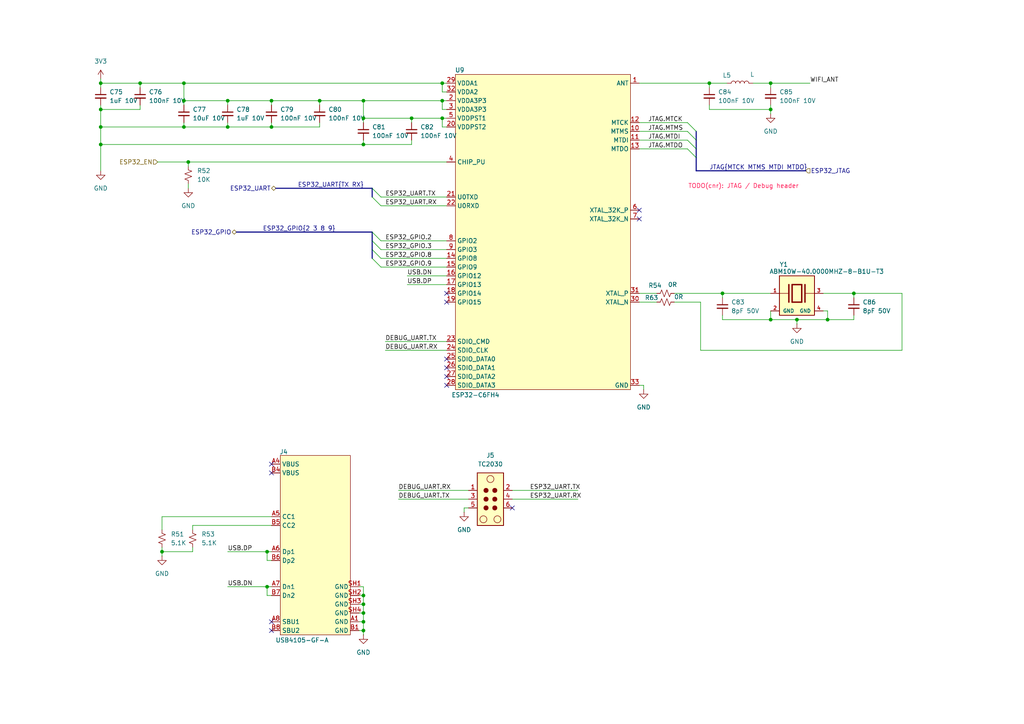
<source format=kicad_sch>
(kicad_sch (version 20250114) (generator "eeschema") (generator_version "9.0")
  (paper "A4")
  (lib_symbols
    (symbol "ABM10W-40.0000MHZ-8-B1U-T3_1" (pin_names (offset 1.016))
      (property "Reference" "Y" (at -5.08 5.588 0))
      (property "Value" "ABM10W-40.0000MHZ-8-B1U-T3" (at -5.334 -8.636 0))
      (symbol "ABM10W-40.0000MHZ-8-B1U-T3_1_0_0"
        (rectangle (start -5.08 5.08) (end 5.08 -6.35) (stroke (width 0.254)) (fill (type background)))
        (polyline (pts (xy -5.08 0) (xy -2.54 0)) (stroke (width 0.1524)))
        (polyline (pts (xy -2.3368 2.54) (xy -2.3368 -2.54)) (stroke (width 0.4064)))
        (polyline (pts (xy -1.397 2.54) (xy -1.397 -2.54)) (stroke (width 0.4064)))
        (polyline (pts (xy -1.397 2.54) (xy 1.397 2.54)) (stroke (width 0.4064)))
        (polyline (pts (xy 1.397 2.54) (xy 1.397 -2.54)) (stroke (width 0.4064)))
        (polyline (pts (xy 1.397 -2.54) (xy -1.397 -2.54)) (stroke (width 0.4064)))
        (polyline (pts (xy 2.3368 2.54) (xy 2.3368 -2.54)) (stroke (width 0.4064)))
        (polyline (pts (xy 2.54 0) (xy 5.08 0)) (stroke (width 0.1524)))
        (pin passive line (at -7.62 0 0) (length 2.54) (name "~") (number "1"))
        (pin power_in line (at -7.62 -5.08 0) (length 2.54) (name "GND") (number "2"))
        (pin passive line (at 7.62 0 180) (length 2.54) (name "~") (number "3"))
        (pin power_in line (at 7.62 -5.08 180) (length 2.54) (name "GND") (number "4"))
      )
    )
    (symbol "Connector:TC2030" (in_bom no)
      (property "Reference" "J" (at 1.27 8.89 0))
      (property "Value" "TC2030" (at 1.27 -8.89 0))
      (symbol "TC2030_1_1"
        (rectangle (start -2.54 7.62) (end 5.08 -7.62) (stroke (width 0.254)) (fill (type background)))
        (circle (center -0.762 -5.842) (radius 1.016))
        (circle (center 0 2.54) (radius 0.635) (fill (type outline)))
        (circle (center 0 0) (radius 0.635) (fill (type outline)))
        (circle (center 0 -2.54) (radius 0.635) (fill (type outline)))
        (circle (center 1.27 5.842) (radius 1.016))
        (circle (center 2.54 2.54) (radius 0.635) (fill (type outline)))
        (circle (center 2.54 0) (radius 0.635) (fill (type outline)))
        (circle (center 2.54 -2.54) (radius 0.635) (fill (type outline)))
        (circle (center 3.302 -5.842) (radius 1.016))
        (pin passive line (at -5.08 2.54 0) (length 2.54) (name "~") (number "1"))
        (pin passive line (at -5.08 0 0) (length 2.54) (name "~") (number "3"))
        (pin passive line (at -5.08 -2.54 0) (length 2.54) (name "~") (number "5"))
        (pin passive line (at 7.62 2.54 180) (length 2.54) (name "~") (number "2"))
        (pin passive line (at 7.62 0 180) (length 2.54) (name "~") (number "4"))
        (pin passive line (at 7.62 -2.54 180) (length 2.54) (name "~") (number "6"))
      )
    )
    (symbol "Device:L" (pin_numbers (hide yes)) (pin_names (offset 1.016) (hide yes))
      (property "Reference" "L" (at -1.27 0 90))
      (property "Value" "L" (at 1.905 0 90))
      (symbol "L_0_1"
        (arc (start 0 2.54) (mid 0.6323 1.905) (end 0 1.27))
        (arc (start 0 1.27) (mid 0.6323 0.635) (end 0 0))
        (arc (start 0 0) (mid 0.6323 -0.635) (end 0 -1.27))
        (arc (start 0 -1.27) (mid 0.6323 -1.905) (end 0 -2.54))
      )
      (symbol "L_1_1"
        (pin passive line (at 0 3.81 270) (length 1.27) (name "1") (number "1"))
        (pin passive line (at 0 -3.81 90) (length 1.27) (name "2") (number "2"))
      )
    )
    (symbol "ESP32-C6FH4_1"
      (property "Reference" "U" (at -1.778 0.762 0))
      (property "Value" "ESP32-C6FH4" (at 5.842 -92.964 0))
      (symbol "ESP32-C6FH4_1_0_1"
        (rectangle (start 0 0) (end 50.8 -91.44) (fill (type background)))
      )
      (symbol "ESP32-C6FH4_1_1_1"
        (pin power_in line (at -2.54 -2.54 0) (length 2.54) (name "VDDA1") (number "29"))
        (pin power_in line (at -2.54 -5.08 0) (length 2.54) (name "VDDA2") (number "32"))
        (pin power_in line (at -2.54 -7.62 0) (length 2.54) (name "VDDA3P3") (number "2"))
        (pin power_in line (at -2.54 -10.16 0) (length 2.54) (name "VDDA3P3") (number "3"))
        (pin power_in line (at -2.54 -12.7 0) (length 2.54) (name "VDDPST1") (number "5"))
        (pin power_in line (at -2.54 -15.24 0) (length 2.54) (name "VDDPST2") (number "20"))
        (pin bidirectional line (at -2.54 -25.4 0) (length 2.54) (name "CHIP_PU") (number "4"))
        (pin output line (at -2.54 -35.56 0) (length 2.54) (name "U0TXD") (number "21"))
        (pin input line (at -2.54 -38.1 0) (length 2.54) (name "U0RXD") (number "22"))
        (pin bidirectional line (at -2.54 -48.26 0) (length 2.54) (name "GPIO2") (number "8"))
        (pin bidirectional line (at -2.54 -50.8 0) (length 2.54) (name "GPIO3") (number "9"))
        (pin bidirectional line (at -2.54 -53.34 0) (length 2.54) (name "GPIO8") (number "14"))
        (pin bidirectional line (at -2.54 -55.88 0) (length 2.54) (name "GPIO9") (number "15"))
        (pin bidirectional line (at -2.54 -58.42 0) (length 2.54) (name "GPIO12") (number "16"))
        (pin bidirectional line (at -2.54 -60.96 0) (length 2.54) (name "GPIO13") (number "17"))
        (pin bidirectional line (at -2.54 -63.5 0) (length 2.54) (name "GPIO14") (number "18"))
        (pin bidirectional line (at -2.54 -66.04 0) (length 2.54) (name "GPIO15") (number "19"))
        (pin bidirectional line (at -2.54 -77.47 0) (length 2.54) (name "SDIO_CMD") (number "23"))
        (pin input line (at -2.54 -80.01 0) (length 2.54) (name "SDIO_CLK") (number "24"))
        (pin bidirectional line (at -2.54 -82.55 0) (length 2.54) (name "SDIO_DATA0") (number "25"))
        (pin bidirectional line (at -2.54 -85.09 0) (length 2.54) (name "SDIO_DATA1") (number "26"))
        (pin bidirectional line (at -2.54 -87.63 0) (length 2.54) (name "SDIO_DATA2") (number "27"))
        (pin bidirectional line (at -2.54 -90.17 0) (length 2.54) (name "SDIO_DATA3") (number "28"))
        (pin bidirectional line (at 53.34 -2.54 180) (length 2.54) (name "ANT") (number "1"))
        (pin bidirectional line (at 53.34 -13.97 180) (length 2.54) (name "MTCK") (number "12"))
        (pin bidirectional line (at 53.34 -16.51 180) (length 2.54) (name "MTMS") (number "10"))
        (pin bidirectional line (at 53.34 -19.05 180) (length 2.54) (name "MTDI") (number "11"))
        (pin bidirectional line (at 53.34 -21.59 180) (length 2.54) (name "MTDO") (number "13"))
        (pin bidirectional line (at 53.34 -39.37 180) (length 2.54) (name "XTAL_32K_P") (number "6"))
        (pin bidirectional line (at 53.34 -41.91 180) (length 2.54) (name "XTAL_32K_N") (number "7"))
        (pin bidirectional line (at 53.34 -63.5 180) (length 2.54) (name "XTAL_P") (number "31"))
        (pin bidirectional line (at 53.34 -66.04 180) (length 2.54) (name "XTAL_N") (number "30"))
        (pin power_in line (at 53.34 -90.17 180) (length 2.54) (name "GND") (number "33"))
      )
    )
    (symbol "power:GND" (power) (pin_numbers (hide yes)) (pin_names (offset 0) (hide yes))
      (property "Value" "GND" (at 0 -3.81 0))
      (symbol "GND_0_1"
        (polyline (pts (xy 0 0) (xy 0 -1.27) (xy 1.27 -1.27) (xy 0 -2.54) (xy -1.27 -1.27) (xy 0 -1.27)))
      )
      (symbol "GND_1_1"
        (pin power_in line (at 0 0 270) (length 0) (name "~") (number "1"))
      )
    )
    (symbol "power:VCC" (power) (pin_numbers (hide yes)) (pin_names (offset 0) (hide yes))
      (property "Value" "VCC" (at 0 3.556 0))
      (symbol "VCC_0_1"
        (polyline (pts (xy -0.762 1.27) (xy 0 2.54)))
        (polyline (pts (xy 0 2.54) (xy 0.762 1.27)))
        (polyline (pts (xy 0 0) (xy 0 2.54)))
      )
      (symbol "VCC_1_1"
        (pin power_in line (at 0 0 90) (length 0) (name "~") (number "1"))
      )
    )
    (symbol "symbol-library-capacitors:CC0402CRNPO9BN8R0" (pin_numbers (hide yes)) (pin_names (offset 0.254) (hide yes))
      (property "Reference" "C" (at 0.254 1.778 0))
      (property "Value" "8pF 50V" (at 0.254 -2.032 0))
      (symbol "CC0402CRNPO9BN8R0_0_1"
        (polyline (pts (xy -1.524 0.508) (xy 1.524 0.508)) (stroke (width 0.3048)))
        (polyline (pts (xy -1.524 -0.508) (xy 1.524 -0.508)) (stroke (width 0.3302)))
      )
      (symbol "CC0402CRNPO9BN8R0_1_1"
        (pin passive line (at 0 2.54 270) (length 2.032) (name "~") (number "1"))
        (pin passive line (at 0 -2.54 90) (length 2.032) (name "~") (number "2"))
      )
    )
    (symbol "symbol-library-capacitors:CC0402KRX5R6BB105" (pin_numbers (hide yes)) (pin_names (offset 0.254) (hide yes))
      (property "Reference" "C" (at 0.254 1.778 0))
      (property "Value" "1uF 10V" (at 0.254 -2.032 0))
      (symbol "CC0402KRX5R6BB105_0_1"
        (polyline (pts (xy -1.524 0.508) (xy 1.524 0.508)) (stroke (width 0.3048)))
        (polyline (pts (xy -1.524 -0.508) (xy 1.524 -0.508)) (stroke (width 0.3302)))
      )
      (symbol "CC0402KRX5R6BB105_1_1"
        (pin passive line (at 0 2.54 270) (length 2.032) (name "~") (number "1"))
        (pin passive line (at 0 -2.54 90) (length 2.032) (name "~") (number "2"))
      )
    )
    (symbol "symbol-library-capacitors:CC0402KRX7R6BB104" (pin_numbers (hide yes)) (pin_names (offset 0.254) (hide yes))
      (property "Reference" "C" (at 0.254 1.778 0))
      (property "Value" "100nF 10V" (at 0.254 -2.032 0))
      (symbol "CC0402KRX7R6BB104_0_1"
        (polyline (pts (xy -1.524 0.508) (xy 1.524 0.508)) (stroke (width 0.3048)))
        (polyline (pts (xy -1.524 -0.508) (xy 1.524 -0.508)) (stroke (width 0.3302)))
      )
      (symbol "CC0402KRX7R6BB104_1_1"
        (pin passive line (at 0 2.54 270) (length 2.032) (name "~") (number "1"))
        (pin passive line (at 0 -2.54 90) (length 2.032) (name "~") (number "2"))
      )
    )
    (symbol "symbol-library-capacitors:CC0603MRX5R6BB106" (pin_numbers (hide yes)) (pin_names (offset 0.254) (hide yes))
      (property "Reference" "C" (at 0.254 1.778 0))
      (property "Value" "10uF 10V" (at 0.254 -2.032 0))
      (symbol "CC0603MRX5R6BB106_0_1"
        (polyline (pts (xy -1.524 0.508) (xy 1.524 0.508)) (stroke (width 0.3048)))
        (polyline (pts (xy -1.524 -0.508) (xy 1.524 -0.508)) (stroke (width 0.3302)))
      )
      (symbol "CC0603MRX5R6BB106_1_1"
        (pin passive line (at 0 2.54 270) (length 2.032) (name "~") (number "1"))
        (pin passive line (at 0 -2.54 90) (length 2.032) (name "~") (number "2"))
      )
    )
    (symbol "symbol-library-resistors:RC0402FR-070RL" (pin_numbers (hide yes)) (pin_names (offset 0.254) (hide yes))
      (property "Reference" "R" (at 0.762 0.508 0))
      (property "Value" "0R" (at 0.762 -1.016 0))
      (symbol "RC0402FR-070RL_1_1"
        (polyline (pts (xy 0 1.524) (xy 1.016 1.143) (xy 0 0.762) (xy -1.016 0.381) (xy 0 0)))
        (polyline (pts (xy 0 0) (xy 1.016 -0.381) (xy 0 -0.762) (xy -1.016 -1.143) (xy 0 -1.524)))
        (pin passive line (at 0 2.54 270) (length 1.016) (name "~") (number "1"))
        (pin passive line (at 0 -2.54 90) (length 1.016) (name "~") (number "2"))
      )
    )
    (symbol "symbol-library-resistors:RC0402FR-075K1L" (pin_numbers (hide yes)) (pin_names (offset 0.254) (hide yes))
      (property "Reference" "R" (at 0.762 0.508 0))
      (property "Value" "5.1K" (at 0.762 -1.016 0))
      (symbol "RC0402FR-075K1L_1_1"
        (polyline (pts (xy 0 1.524) (xy 1.016 1.143) (xy 0 0.762) (xy -1.016 0.381) (xy 0 0)))
        (polyline (pts (xy 0 0) (xy 1.016 -0.381) (xy 0 -0.762) (xy -1.016 -1.143) (xy 0 -1.524)))
        (pin passive line (at 0 2.54 270) (length 1.016) (name "~") (number "1"))
        (pin passive line (at 0 -2.54 90) (length 1.016) (name "~") (number "2"))
      )
    )
    (symbol "symbol-library-resistors:RC0402JR-0710KL" (pin_numbers (hide yes)) (pin_names (offset 0.254) (hide yes))
      (property "Reference" "R" (at 0.762 0.508 0))
      (property "Value" "10K" (at 0.762 -1.016 0))
      (symbol "RC0402JR-0710KL_1_1"
        (polyline (pts (xy 0 1.524) (xy 1.016 1.143) (xy 0 0.762) (xy -1.016 0.381) (xy 0 0)))
        (polyline (pts (xy 0 0) (xy 1.016 -0.381) (xy 0 -0.762) (xy -1.016 -1.143) (xy 0 -1.524)))
        (pin passive line (at 0 2.54 270) (length 1.016) (name "~") (number "1"))
        (pin passive line (at 0 -2.54 90) (length 1.016) (name "~") (number "2"))
      )
    )
    (symbol "symbol-library:USB4105-GF-A"
      (property "Reference" "J" (at 0.508 0.762 0))
      (property "Value" "USB4105-GF-A" (at 6.35 -53.34 0))
      (symbol "USB4105-GF-A_0_1"
        (rectangle (start 0 0) (end 20.32 -52.07) (fill (type background)))
      )
      (symbol "USB4105-GF-A_1_1"
        (pin passive line (at -2.54 -2.54 0) (length 2.54) (name "VBUS") (number "A4"))
        (pin passive line (at -2.54 -5.08 0) (length 2.54) (name "VBUS") (number "B4"))
        (pin passive line (at -2.54 -17.78 0) (length 2.54) (name "CC1") (number "A5"))
        (pin passive line (at -2.54 -20.32 0) (length 2.54) (name "CC2") (number "B5"))
        (pin passive line (at -2.54 -27.94 0) (length 2.54) (name "Dp1") (number "A6"))
        (pin passive line (at -2.54 -30.48 0) (length 2.54) (name "Dp2") (number "B6"))
        (pin passive line (at -2.54 -38.1 0) (length 2.54) (name "Dn1") (number "A7"))
        (pin passive line (at -2.54 -40.64 0) (length 2.54) (name "Dn2") (number "B7"))
        (pin passive line (at -2.54 -48.26 0) (length 2.54) (name "SBU1") (number "A8"))
        (pin passive line (at -2.54 -50.8 0) (length 2.54) (name "SBU2") (number "B8"))
        (pin passive line (at 22.86 -38.1 180) (length 2.54) (name "GND") (number "SH1"))
        (pin passive line (at 22.86 -40.64 180) (length 2.54) (name "GND") (number "SH2"))
        (pin passive line (at 22.86 -43.18 180) (length 2.54) (name "GND") (number "SH3"))
        (pin passive line (at 22.86 -45.72 180) (length 2.54) (name "GND") (number "SH4"))
        (pin passive line (at 22.86 -48.26 180) (length 2.54) (name "GND") (number "A1"))
        (pin passive line (at 22.86 -50.8 180) (length 2.54) (name "GND") (number "B1"))
      )
    )
  )
  (text "TODO(cnr): JTAG / Debug header" (at 215.646 54.102 0) (effects (font (size 1.27 1.27))))
  (junction (at 46.99 160.02))
  (junction (at 29.21 31.75))
  (junction (at 105.41 182.88))
  (junction (at 66.04 36.83))
  (junction (at 223.52 31.75))
  (junction (at 105.41 41.91))
  (junction (at 247.65 85.09))
  (junction (at 105.41 180.34))
  (junction (at 231.14 92.71))
  (junction (at 119.38 34.29))
  (junction (at 78.74 29.21))
  (junction (at 77.47 170.18))
  (junction (at 128.27 29.21))
  (junction (at 29.21 36.83))
  (junction (at 128.27 24.13))
  (junction (at 66.04 29.21))
  (junction (at 128.27 34.29))
  (junction (at 53.34 29.21))
  (junction (at 92.71 29.21))
  (junction (at 105.41 34.29))
  (junction (at 205.74 24.13))
  (junction (at 223.52 24.13))
  (junction (at 29.21 41.91))
  (junction (at 53.34 36.83))
  (junction (at 105.41 172.72))
  (junction (at 105.41 177.8))
  (junction (at 105.41 175.26))
  (junction (at 77.47 160.02))
  (junction (at 105.41 29.21))
  (junction (at 78.74 36.83))
  (junction (at 223.52 92.71))
  (junction (at 53.34 24.13))
  (junction (at 240.03 92.71))
  (junction (at 209.55 85.09))
  (junction (at 29.21 24.13))
  (junction (at 54.61 46.99))
  (junction (at 40.64 24.13))
  (no_connect (at 129.54 87.63))
  (no_connect (at 129.54 85.09))
  (no_connect (at 78.74 134.62))
  (no_connect (at 129.54 111.76))
  (no_connect (at 129.54 106.68))
  (no_connect (at 185.42 63.5))
  (no_connect (at 129.54 109.22))
  (no_connect (at 129.54 104.14))
  (no_connect (at 185.42 60.96))
  (no_connect (at 78.74 180.34))
  (no_connect (at 78.74 182.88))
  (no_connect (at 148.59 147.32))
  (no_connect (at 78.74 137.16))
  (bus_entry (at 110.49 72.39) (size -2.54 -2.54))
  (bus_entry (at 110.49 69.85) (size -2.54 -2.54))
  (bus_entry (at 201.93 40.64) (size -2.54 -2.54))
  (bus_entry (at 110.49 74.93) (size -2.54 -2.54))
  (bus_entry (at 201.93 43.18) (size -2.54 -2.54))
  (bus_entry (at 110.49 59.69) (size -2.54 -2.54))
  (bus_entry (at 110.49 77.47) (size -2.54 -2.54))
  (bus_entry (at 201.93 45.72) (size -2.54 -2.54))
  (bus_entry (at 110.49 57.15) (size -2.54 -2.54))
  (bus_entry (at 201.93 38.1) (size -2.54 -2.54))
  (wire (pts (xy 110.49 69.85) (xy 129.54 69.85)))
  (wire (pts (xy 78.74 36.83) (xy 66.04 36.83)))
  (wire (pts (xy 119.38 34.29) (xy 105.41 34.29)))
  (bus (pts (xy 107.95 69.85) (xy 107.95 67.31)))
  (wire (pts (xy 134.62 147.32) (xy 134.62 148.59)))
  (wire (pts (xy 185.42 35.56) (xy 199.39 35.56)))
  (wire (pts (xy 105.41 175.26) (xy 104.14 175.26)))
  (bus (pts (xy 107.95 72.39) (xy 107.95 69.85)))
  (wire (pts (xy 78.74 152.4) (xy 55.88 152.4)))
  (wire (pts (xy 78.74 29.21) (xy 78.74 30.48)))
  (wire (pts (xy 66.04 35.56) (xy 66.04 36.83)))
  (wire (pts (xy 223.52 31.75) (xy 223.52 33.02)))
  (wire (pts (xy 209.55 91.44) (xy 209.55 92.71)))
  (wire (pts (xy 105.41 175.26) (xy 105.41 177.8)))
  (wire (pts (xy 78.74 35.56) (xy 78.74 36.83)))
  (bus (pts (xy 201.93 43.18) (xy 201.93 45.72)))
  (wire (pts (xy 238.76 85.09) (xy 247.65 85.09)))
  (wire (pts (xy 247.65 85.09) (xy 261.62 85.09)))
  (wire (pts (xy 185.42 40.64) (xy 199.39 40.64)))
  (wire (pts (xy 129.54 36.83) (xy 128.27 36.83)))
  (wire (pts (xy 29.21 36.83) (xy 29.21 31.75)))
  (wire (pts (xy 205.74 31.75) (xy 223.52 31.75)))
  (wire (pts (xy 29.21 30.48) (xy 29.21 31.75)))
  (wire (pts (xy 111.76 99.06) (xy 129.54 99.06)))
  (wire (pts (xy 53.34 24.13) (xy 40.64 24.13)))
  (wire (pts (xy 223.52 92.71) (xy 231.14 92.71)))
  (wire (pts (xy 261.62 85.09) (xy 261.62 101.6)))
  (wire (pts (xy 223.52 25.4) (xy 223.52 24.13)))
  (wire (pts (xy 238.76 90.17) (xy 240.03 90.17)))
  (wire (pts (xy 209.55 85.09) (xy 223.52 85.09)))
  (wire (pts (xy 128.27 24.13) (xy 129.54 24.13)))
  (bus (pts (xy 80.01 54.61) (xy 107.95 54.61)))
  (wire (pts (xy 240.03 90.17) (xy 240.03 92.71)))
  (wire (pts (xy 185.42 38.1) (xy 199.39 38.1)))
  (wire (pts (xy 66.04 160.02) (xy 77.47 160.02)))
  (wire (pts (xy 105.41 180.34) (xy 105.41 182.88)))
  (wire (pts (xy 29.21 24.13) (xy 29.21 25.4)))
  (wire (pts (xy 186.69 111.76) (xy 185.42 111.76)))
  (wire (pts (xy 77.47 170.18) (xy 78.74 170.18)))
  (wire (pts (xy 203.2 101.6) (xy 203.2 87.63)))
  (wire (pts (xy 223.52 31.75) (xy 223.52 30.48)))
  (wire (pts (xy 205.74 24.13) (xy 210.82 24.13)))
  (wire (pts (xy 77.47 160.02) (xy 78.74 160.02)))
  (wire (pts (xy 29.21 41.91) (xy 29.21 36.83)))
  (wire (pts (xy 46.99 158.75) (xy 46.99 160.02)))
  (wire (pts (xy 105.41 170.18) (xy 105.41 172.72)))
  (wire (pts (xy 46.99 149.86) (xy 46.99 153.67)))
  (wire (pts (xy 128.27 34.29) (xy 119.38 34.29)))
  (wire (pts (xy 110.49 57.15) (xy 129.54 57.15)))
  (wire (pts (xy 119.38 41.91) (xy 105.41 41.91)))
  (wire (pts (xy 223.52 90.17) (xy 223.52 92.71)))
  (wire (pts (xy 105.41 34.29) (xy 105.41 35.56)))
  (wire (pts (xy 110.49 59.69) (xy 129.54 59.69)))
  (wire (pts (xy 110.49 77.47) (xy 129.54 77.47)))
  (wire (pts (xy 128.27 29.21) (xy 105.41 29.21)))
  (bus (pts (xy 107.95 57.15) (xy 107.95 54.61)))
  (wire (pts (xy 77.47 172.72) (xy 78.74 172.72)))
  (wire (pts (xy 209.55 92.71) (xy 223.52 92.71)))
  (wire (pts (xy 66.04 36.83) (xy 53.34 36.83)))
  (wire (pts (xy 92.71 36.83) (xy 78.74 36.83)))
  (wire (pts (xy 118.11 80.01) (xy 129.54 80.01)))
  (wire (pts (xy 78.74 149.86) (xy 46.99 149.86)))
  (wire (pts (xy 29.21 22.86) (xy 29.21 24.13)))
  (wire (pts (xy 209.55 86.36) (xy 209.55 85.09)))
  (wire (pts (xy 78.74 162.56) (xy 77.47 162.56)))
  (wire (pts (xy 105.41 180.34) (xy 104.14 180.34)))
  (wire (pts (xy 55.88 160.02) (xy 55.88 158.75)))
  (wire (pts (xy 205.74 24.13) (xy 205.74 25.4)))
  (wire (pts (xy 185.42 85.09) (xy 190.5 85.09)))
  (wire (pts (xy 53.34 29.21) (xy 53.34 30.48)))
  (wire (pts (xy 115.57 144.78) (xy 135.89 144.78)))
  (wire (pts (xy 78.74 29.21) (xy 92.71 29.21)))
  (wire (pts (xy 185.42 87.63) (xy 190.5 87.63)))
  (wire (pts (xy 195.58 87.63) (xy 203.2 87.63)))
  (wire (pts (xy 105.41 177.8) (xy 104.14 177.8)))
  (wire (pts (xy 129.54 34.29) (xy 128.27 34.29)))
  (wire (pts (xy 29.21 41.91) (xy 105.41 41.91)))
  (wire (pts (xy 105.41 29.21) (xy 92.71 29.21)))
  (wire (pts (xy 105.41 172.72) (xy 104.14 172.72)))
  (wire (pts (xy 29.21 31.75) (xy 40.64 31.75)))
  (wire (pts (xy 110.49 72.39) (xy 129.54 72.39)))
  (wire (pts (xy 110.49 74.93) (xy 129.54 74.93)))
  (wire (pts (xy 40.64 30.48) (xy 40.64 31.75)))
  (wire (pts (xy 105.41 182.88) (xy 104.14 182.88)))
  (wire (pts (xy 247.65 85.09) (xy 247.65 86.36)))
  (wire (pts (xy 111.76 101.6) (xy 129.54 101.6)))
  (bus (pts (xy 201.93 40.64) (xy 201.93 43.18)))
  (wire (pts (xy 128.27 31.75) (xy 129.54 31.75)))
  (wire (pts (xy 66.04 29.21) (xy 66.04 30.48)))
  (wire (pts (xy 66.04 29.21) (xy 53.34 29.21)))
  (wire (pts (xy 54.61 46.99) (xy 129.54 46.99)))
  (wire (pts (xy 105.41 40.64) (xy 105.41 41.91)))
  (wire (pts (xy 46.99 160.02) (xy 55.88 160.02)))
  (wire (pts (xy 105.41 29.21) (xy 105.41 34.29)))
  (wire (pts (xy 223.52 24.13) (xy 218.44 24.13)))
  (wire (pts (xy 45.72 46.99) (xy 54.61 46.99)))
  (wire (pts (xy 77.47 162.56) (xy 77.47 160.02)))
  (wire (pts (xy 77.47 170.18) (xy 77.47 172.72)))
  (bus (pts (xy 68.58 67.31) (xy 107.95 67.31)))
  (wire (pts (xy 40.64 24.13) (xy 29.21 24.13)))
  (wire (pts (xy 128.27 29.21) (xy 129.54 29.21)))
  (wire (pts (xy 104.14 170.18) (xy 105.41 170.18)))
  (wire (pts (xy 55.88 152.4) (xy 55.88 153.67)))
  (wire (pts (xy 66.04 170.18) (xy 77.47 170.18)))
  (wire (pts (xy 247.65 91.44) (xy 247.65 92.71)))
  (wire (pts (xy 53.34 36.83) (xy 53.34 35.56)))
  (wire (pts (xy 54.61 53.34) (xy 54.61 54.61)))
  (wire (pts (xy 261.62 101.6) (xy 203.2 101.6)))
  (wire (pts (xy 205.74 30.48) (xy 205.74 31.75)))
  (wire (pts (xy 119.38 34.29) (xy 119.38 35.56)))
  (wire (pts (xy 128.27 24.13) (xy 53.34 24.13)))
  (bus (pts (xy 201.93 38.1) (xy 201.93 40.64)))
  (wire (pts (xy 54.61 46.99) (xy 54.61 48.26)))
  (wire (pts (xy 195.58 85.09) (xy 209.55 85.09)))
  (wire (pts (xy 135.89 147.32) (xy 134.62 147.32)))
  (wire (pts (xy 231.14 92.71) (xy 240.03 92.71)))
  (wire (pts (xy 118.11 82.55) (xy 129.54 82.55)))
  (wire (pts (xy 105.41 182.88) (xy 105.41 184.15)))
  (wire (pts (xy 185.42 43.18) (xy 199.39 43.18)))
  (wire (pts (xy 119.38 40.64) (xy 119.38 41.91)))
  (wire (pts (xy 29.21 49.53) (xy 29.21 41.91)))
  (wire (pts (xy 115.57 142.24) (xy 135.89 142.24)))
  (wire (pts (xy 128.27 26.67) (xy 129.54 26.67)))
  (wire (pts (xy 223.52 24.13) (xy 234.95 24.13)))
  (wire (pts (xy 231.14 92.71) (xy 231.14 93.98)))
  (wire (pts (xy 128.27 36.83) (xy 128.27 34.29)))
  (wire (pts (xy 92.71 35.56) (xy 92.71 36.83)))
  (wire (pts (xy 105.41 172.72) (xy 105.41 175.26)))
  (bus (pts (xy 201.93 49.53) (xy 233.68 49.53)))
  (wire (pts (xy 29.21 36.83) (xy 53.34 36.83)))
  (bus (pts (xy 107.95 74.93) (xy 107.95 72.39)))
  (wire (pts (xy 185.42 24.13) (xy 205.74 24.13)))
  (wire (pts (xy 40.64 24.13) (xy 40.64 25.4)))
  (wire (pts (xy 186.69 113.03) (xy 186.69 111.76)))
  (wire (pts (xy 53.34 24.13) (xy 53.34 29.21)))
  (bus (pts (xy 201.93 45.72) (xy 201.93 49.53)))
  (wire (pts (xy 128.27 31.75) (xy 128.27 29.21)))
  (wire (pts (xy 78.74 29.21) (xy 66.04 29.21)))
  (wire (pts (xy 105.41 177.8) (xy 105.41 180.34)))
  (wire (pts (xy 148.59 144.78) (xy 167.64 144.78)))
  (wire (pts (xy 148.59 142.24) (xy 167.64 142.24)))
  (wire (pts (xy 92.71 29.21) (xy 92.71 30.48)))
  (wire (pts (xy 247.65 92.71) (xy 240.03 92.71)))
  (wire (pts (xy 46.99 160.02) (xy 46.99 161.29)))
  (wire (pts (xy 128.27 26.67) (xy 128.27 24.13)))
  (label "ESP32_GPIO{2 3 8 9}" (at 76.2 67.31 0))
  (label "JTAG.MTCK" (at 187.96 35.56 0))
  (label "DEBUG_UART.RX" (at 111.76 101.6 0))
  (label "ESP32_UART{TX RX}" (at 86.36 54.61 0))
  (label "USB.DP" (at 66.04 160.02 0))
  (label "JTAG.MTDO" (at 187.96 43.18 0))
  (label "USB.DN" (at 66.04 170.18 0))
  (label "ESP32_UART.TX" (at 111.76 57.15 0))
  (label "JTAG{MTCK MTMS MTDI MTDO}" (at 205.74 49.53 0))
  (label "ESP32_UART.TX" (at 153.67 142.24 0))
  (label "ESP32_GPIO.8" (at 111.76 74.93 0))
  (label "JTAG.MTDI" (at 187.96 40.64 0))
  (label "ESP32_GPIO.9" (at 111.76 77.47 0))
  (label "DEBUG_UART.TX" (at 111.76 99.06 0))
  (label "ESP32_UART.RX" (at 153.67 144.78 0))
  (label "DEBUG_UART.TX" (at 115.57 144.78 0))
  (label "ESP32_GPIO.2" (at 111.76 69.85 0))
  (label "JTAG.MTMS" (at 187.96 38.1 0))
  (label "DEBUG_UART.RX" (at 115.57 142.24 0))
  (label "WIFI_ANT" (at 234.95 24.13 0))
  (label "USB.DP" (at 118.11 82.55 0))
  (label "ESP32_UART.RX" (at 111.76 59.69 0))
  (label "USB.DN" (at 118.11 80.01 0))
  (label "ESP32_GPIO.3" (at 111.76 72.39 0))
  (hierarchical_label "ESP32_GPIO" (shape bidirectional) (at 68.58 67.31 180))
  (hierarchical_label "ESP32_EN" (shape input) (at 45.72 46.99 180))
  (hierarchical_label "ESP32_UART" (shape bidirectional) (at 80.01 54.61 180))
  (hierarchical_label "ESP32_JTAG" (shape input) (at 233.68 49.53 0))
  (symbol (lib_id "symbol-library-capacitors:CC0402KRX7R6BB104") (at 205.74 27.94 0) (unit 1)
    (property "Reference" "C84" (at 208.28 26.6762 0) (effects (justify left)))
    (property "Value" "100nF 10V" (at 208.28 29.2162 0) (effects (justify left)))
    (property "Footprint" "Capacitor_SMD:C_0402_1005Metric" (effects (hide yes)))
    (property "Description" "Unpolarized capacitor, small symbol" (effects (hide yes)))
  )
  (symbol (lib_id "symbol-library-capacitors:CC0402KRX7R6BB104") (at 40.64 27.94 0) (unit 1)
    (property "Reference" "C76" (at 43.18 26.6762 0) (effects (justify left)))
    (property "Value" "100nF 10V" (at 43.18 29.2162 0) (effects (justify left)))
    (property "Footprint" "Capacitor_SMD:C_0402_1005Metric" (effects (hide yes)))
    (property "Description" "Unpolarized capacitor, small symbol" (effects (hide yes)))
  )
  (symbol (lib_id "symbol-library-resistors:RC0402FR-075K1L") (at 46.99 156.21 0) (unit 1)
    (property "Reference" "R51" (at 49.53 154.9399 0) (effects (justify left)))
    (property "Value" "5.1K" (at 49.53 157.4799 0) (effects (justify left)))
    (property "Footprint" "Resistor_SMD:R_0402_1005Metric" (effects (hide yes)))
    (property "Description" "Resistor, small US symbol" (effects (hide yes)))
  )
  (symbol (lib_id "symbol-library-capacitors:CC0402KRX7R6BB104") (at 105.41 38.1 0) (unit 1)
    (property "Reference" "C81" (at 107.95 36.8362 0) (effects (justify left)))
    (property "Value" "100nF 10V" (at 107.95 39.3762 0) (effects (justify left)))
    (property "Footprint" "Capacitor_SMD:C_0402_1005Metric" (effects (hide yes)))
    (property "Description" "Unpolarized capacitor, small symbol" (effects (hide yes)))
  )
  (symbol (lib_id "symbol-library-resistors:RC0402FR-075K1L") (at 55.88 156.21 0) (unit 1)
    (property "Reference" "R53" (at 58.42 154.9399 0) (effects (justify left)))
    (property "Value" "5.1K" (at 58.42 157.4799 0) (effects (justify left)))
    (property "Footprint" "Resistor_SMD:R_0402_1005Metric" (effects (hide yes)))
    (property "Description" "Resistor, small US symbol" (effects (hide yes)))
  )
  (symbol (lib_id "symbol-library-capacitors:CC0402KRX7R6BB104") (at 119.38 38.1 0) (unit 1)
    (property "Reference" "C82" (at 121.92 36.8362 0) (effects (justify left)))
    (property "Value" "100nF 10V" (at 121.92 39.3762 0) (effects (justify left)))
    (property "Footprint" "Capacitor_SMD:C_0402_1005Metric" (effects (hide yes)))
    (property "Description" "Unpolarized capacitor, small symbol" (effects (hide yes)))
  )
  (symbol (lib_id "symbol-library-capacitors:CC0402KRX7R6BB104") (at 78.74 33.02 0) (unit 1)
    (property "Reference" "C79" (at 81.28 31.7562 0) (effects (justify left)))
    (property "Value" "100nF 10V" (at 81.28 34.2962 0) (effects (justify left)))
    (property "Footprint" "Capacitor_SMD:C_0402_1005Metric" (effects (hide yes)))
    (property "Description" "Unpolarized capacitor, small symbol" (effects (hide yes)))
  )
  (symbol (lib_id "symbol-library:USB4105-GF-A") (at 81.28 132.08 0) (unit 1)
    (property "Reference" "J4" (at 82.296 131.064 0))
    (property "Value" "USB4105-GF-A" (at 87.63 185.674 0))
    (property "Footprint" "footprint-library:USB4105-GF-A" (effects (hide yes)))
  )
  (symbol (lib_id "Device:L") (at 214.63 24.13 90) (unit 1)
    (property "Reference" "L5" (at 210.82 21.844 90))
    (property "Value" "L" (at 218.186 21.59 90))
    (property "Description" "Inductor" (effects (hide yes)))
  )
  (symbol (lib_id "symbol-library-resistors:RC0402FR-070RL") (at 193.04 87.63 90) (unit 1)
    (property "Reference" "R63" (at 188.976 86.36 90))
    (property "Value" "0R" (at 196.85 86.106 90))
    (property "Footprint" "Resistor_SMD:R_0402_1005Metric" (effects (hide yes)))
    (property "Description" "Resistor, small US symbol" (effects (hide yes)))
  )
  (symbol (lib_id "symbol-library-capacitors:CC0603MRX5R6BB106") (at 53.34 33.02 0) (unit 1)
    (property "Reference" "C77" (at 55.88 31.7562 0) (effects (justify left)))
    (property "Value" "10uF 10V" (at 55.88 34.2962 0) (effects (justify left)))
    (property "Footprint" "Capacitor_SMD:C_0603_1608Metric" (effects (hide yes)))
    (property "Description" "Unpolarized capacitor, small symbol" (effects (hide yes)))
  )
  (symbol (lib_id "Connector:TC2030") (at 140.97 144.78 0) (unit 1) (in_bom no)
    (property "Reference" "J5" (at 142.24 132.08 0))
    (property "Value" "TC2030" (at 142.24 134.62 0))
    (property "Footprint" "Connector:Tag-Connect_TC2030-IDC-NL_2x03_P1.27mm_Vertical" (effects (hide yes)))
    (property "Datasheet" "https://www.tag-connect.com/wp-content/uploads/bsk-pdf-manager/2019/12/TC2030-IDC-NL-Datasheet-Rev-B.pdf" (effects (hide yes)))
    (property "Description" "Tag-Connect’s 6-pins connector" (effects (hide yes)))
  )
  (symbol (lib_id "symbol-library-resistors:RC0402JR-0710KL") (at 54.61 50.8 0) (unit 1)
    (property "Reference" "R52" (at 57.15 49.5299 0) (effects (justify left)))
    (property "Value" "10K" (at 57.15 52.0699 0) (effects (justify left)))
    (property "Footprint" "Resistor_SMD:R_0402_1005Metric" (effects (hide yes)))
    (property "Description" "Resistor, small US symbol" (effects (hide yes)))
  )
  (symbol (lib_id "power:GND") (at 46.99 161.29 0) (unit 1)
    (property "Reference" "#PWR0117" (effects (hide yes)))
    (property "Value" "GND" (at 46.99 166.37 0))
    (property "Description" "Power symbol creates a global label with name \"GND\" , ground" (effects (hide yes)))
  )
  (symbol (lib_id "power:GND") (at 186.69 113.03 0) (unit 1)
    (property "Reference" "#PWR0121" (effects (hide yes)))
    (property "Value" "GND" (at 186.69 118.11 0))
    (property "Description" "Power symbol creates a global label with name \"GND\" , ground" (effects (hide yes)))
  )
  (symbol (lib_name "ABM10W-40.0000MHZ-8-B1U-T3_1") (lib_id "symbol-library:ABM10W-40.0000MHZ-8-B1U-T3") (at 231.14 85.09 0) (unit 1)
    (property "Reference" "Y1" (at 227.33 76.708 0))
    (property "Value" "ABM10W-40.0000MHZ-8-B1U-T3" (at 239.776 78.74 0))
    (property "Footprint" "footprint-library:XTAL_ABM10W-40.0000MHZ-8-B1U-T3" (effects (hide yes)))
  )
  (symbol (lib_id "symbol-library-capacitors:CC0402CRNPO9BN8R0") (at 209.55 88.9 0) (unit 1)
    (property "Reference" "C83" (at 212.09 87.6362 0) (effects (justify left)))
    (property "Value" "8pF 50V" (at 212.09 90.1762 0) (effects (justify left)))
    (property "Footprint" "Capacitor_SMD:C_0402_1005Metric" (effects (hide yes)))
    (property "Description" "Unpolarized capacitor, small symbol" (effects (hide yes)))
  )
  (symbol (lib_id "symbol-library-capacitors:CC0402KRX7R6BB104") (at 223.52 27.94 0) (unit 1)
    (property "Reference" "C85" (at 226.06 26.6762 0) (effects (justify left)))
    (property "Value" "100nF 10V" (at 226.06 29.2162 0) (effects (justify left)))
    (property "Footprint" "Capacitor_SMD:C_0402_1005Metric" (effects (hide yes)))
    (property "Description" "Unpolarized capacitor, small symbol" (effects (hide yes)))
  )
  (symbol (lib_id "symbol-library-capacitors:CC0402KRX5R6BB105") (at 66.04 33.02 0) (unit 1)
    (property "Reference" "C78" (at 68.58 31.7562 0) (effects (justify left)))
    (property "Value" "1uF 10V" (at 68.58 34.2962 0) (effects (justify left)))
    (property "Footprint" "Capacitor_SMD:C_0402_1005Metric" (effects (hide yes)))
    (property "Description" "Unpolarized capacitor, small symbol" (effects (hide yes)))
  )
  (symbol (lib_id "power:GND") (at 134.62 148.59 0) (unit 1)
    (property "Reference" "#PWR0120" (effects (hide yes)))
    (property "Value" "GND" (at 134.62 153.67 0))
    (property "Description" "Power symbol creates a global label with name \"GND\" , ground" (effects (hide yes)))
  )
  (symbol (lib_id "power:GND") (at 105.41 184.15 0) (unit 1)
    (property "Reference" "#PWR0119" (effects (hide yes)))
    (property "Value" "GND" (at 105.41 189.23 0))
    (property "Description" "Power symbol creates a global label with name \"GND\" , ground" (effects (hide yes)))
  )
  (symbol (lib_id "symbol-library-capacitors:CC0402CRNPO9BN8R0") (at 247.65 88.9 0) (unit 1)
    (property "Reference" "C86" (at 250.19 87.6362 0) (effects (justify left)))
    (property "Value" "8pF 50V" (at 250.19 90.1762 0) (effects (justify left)))
    (property "Footprint" "Capacitor_SMD:C_0402_1005Metric" (effects (hide yes)))
    (property "Description" "Unpolarized capacitor, small symbol" (effects (hide yes)))
  )
  (symbol (lib_id "power:GND") (at 231.14 93.98 0) (unit 1)
    (property "Reference" "#PWR0122" (effects (hide yes)))
    (property "Value" "GND" (at 231.14 99.06 0))
    (property "Description" "Power symbol creates a global label with name \"GND\" , ground" (effects (hide yes)))
  )
  (symbol (lib_id "power:GND") (at 29.21 49.53 0) (unit 1)
    (property "Reference" "#PWR0116" (effects (hide yes)))
    (property "Value" "GND" (at 29.21 54.61 0))
    (property "Description" "Power symbol creates a global label with name \"GND\" , ground" (effects (hide yes)))
  )
  (symbol (lib_id "symbol-library-resistors:RC0402FR-070RL") (at 193.04 85.09 90) (unit 1)
    (property "Reference" "R54" (at 189.992 82.804 90))
    (property "Value" "0R" (at 195.072 82.55 90))
    (property "Footprint" "Resistor_SMD:R_0402_1005Metric" (effects (hide yes)))
    (property "Description" "Resistor, small US symbol" (effects (hide yes)))
  )
  (symbol (lib_id "power:GND") (at 54.61 54.61 0) (unit 1)
    (property "Reference" "#PWR0118" (effects (hide yes)))
    (property "Value" "GND" (at 54.61 59.69 0))
    (property "Description" "Power symbol creates a global label with name \"GND\" , ground" (effects (hide yes)))
  )
  (symbol (lib_id "symbol-library-capacitors:CC0402KRX7R6BB104") (at 92.71 33.02 0) (unit 1)
    (property "Reference" "C80" (at 95.25 31.7562 0) (effects (justify left)))
    (property "Value" "100nF 10V" (at 95.25 34.2962 0) (effects (justify left)))
    (property "Footprint" "Capacitor_SMD:C_0402_1005Metric" (effects (hide yes)))
    (property "Description" "Unpolarized capacitor, small symbol" (effects (hide yes)))
  )
  (symbol (lib_id "power:VCC") (at 29.21 22.86 0) (unit 1)
    (property "Reference" "#PWR0115" (effects (hide yes)))
    (property "Value" "3V3" (at 29.21 17.78 0))
    (property "Description" "Power symbol creates a global label with name \"VCC\"" (effects (hide yes)))
  )
  (symbol (lib_name "ESP32-C6FH4_1") (lib_id "symbol-library:ESP32-C6FH4") (at 132.08 21.59 0) (unit 1)
    (property "Reference" "U9" (at 133.35 20.32 0))
    (property "Value" "ESP32-C6FH4" (at 137.922 114.554 0))
    (property "Footprint" "footprint-library:ESP32-C6FH4" (effects (hide yes)))
  )
  (symbol (lib_id "power:GND") (at 223.52 33.02 0) (unit 1)
    (property "Reference" "#PWR0123" (effects (hide yes)))
    (property "Value" "GND" (at 223.52 38.1 0))
    (property "Description" "Power symbol creates a global label with name \"GND\" , ground" (effects (hide yes)))
  )
  (symbol (lib_id "symbol-library-capacitors:CC0402KRX5R6BB105") (at 29.21 27.94 0) (unit 1)
    (property "Reference" "C75" (at 31.75 26.6762 0) (effects (justify left)))
    (property "Value" "1uF 10V" (at 31.75 29.2162 0) (effects (justify left)))
    (property "Footprint" "Capacitor_SMD:C_0402_1005Metric" (effects (hide yes)))
    (property "Description" "Unpolarized capacitor, small symbol" (effects (hide yes)))
  )
)
</source>
